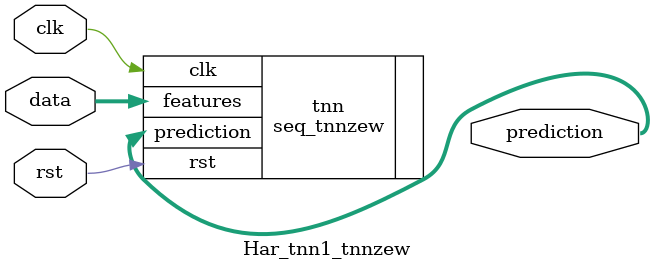
<source format=v>













module Har_tnn1_tnnzew #(

parameter FEAT_CNT = 12,
parameter HIDDEN_CNT = 40,
parameter FEAT_BITS = 4,
parameter CLASS_CNT = 6,
parameter TEST_CNT = 1000




  ) (
  input clk,
  input rst,
  input [FEAT_CNT*FEAT_BITS-1:0] data,
  output [$clog2(CLASS_CNT)-1:0] prediction
  );

  seq_tnnzew #(
      .FEAT_CNT(FEAT_CNT),.FEAT_BITS(FEAT_BITS),.HIDDEN_CNT(HIDDEN_CNT),.CLASS_CNT(CLASS_CNT),
  .SPARSE_VALS(480'b010010001001000100010000000011000000000000001010011000010010110010010010000011010010000000000110000100001011000100001001000001011001000010100000001000001010010001000100001001011010101011001000110010000100010000100000000011000000101100010000110101100001101000101000000100000001000100001001000000001010010011000101010010000011101011110000000010001100001100001000101000100011000000100000100101000110101000001100001111100101000111001000000000001100000000000000001100101010110101000010),
  .MASK(480'b111110011001100100010001001011100101010000111011111101010011110011011011100011111111111000111110000111111011001100001111100011011111101110100001001001011010010011011110101011011111101111001010111010010101011110110000001011001000111100010010110111101111101100101001101101000011111100001001110000101011010011001101111010101011101011110001110010001100001100111110111011101111010000101110101111111111101100001110001111100101111111001000101000111101100000010000001110101110111111011011),
  .NONZERO_CNT(320'h08040606080809080806080605070907070604060a0606060606080705070a050b0607070702070a),
  .WIDTHS(320'h06060606060706070606060706070607060606070706060606070607060706070706080707060706),
  .SPARSE_VALS2(89'b10010110011111001000011111001110110110101011011001101110001000101101101100100001101100111),  // Bits of not-zeroes
  .COL_INDICES(712'h272623201d1b1a1712110d0b03002623201f1d19120e0c0b0805042622201f1d18151211100b04010021201b1a1918161512110d0a060100242322211f1d18161412100e0c0b0a06052422201e1c1a1918161411100e0d0a06), // Column of non-zeros
  .ROW_PTRS(56'h594b3e30211000) // Column of non-zeros // Start indices per row
      ) tnn (
    .clk(clk),
    .rst(rst),
    .features(data),
    .prediction(prediction)
  );

endmodule

</source>
